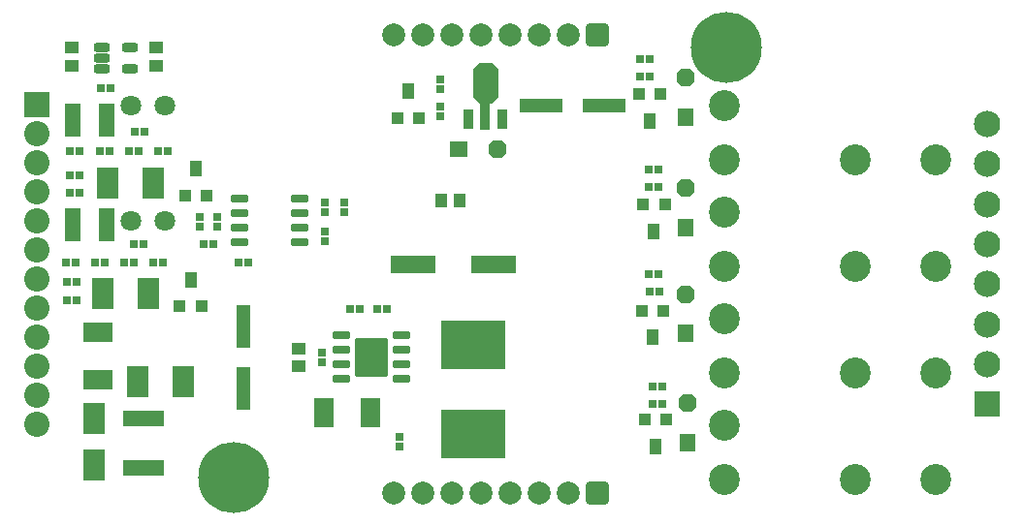
<source format=gts>
G04*
G04 #@! TF.GenerationSoftware,Altium Limited,Altium Designer,20.0.2 (26)*
G04*
G04 Layer_Color=8388736*
%FSLAX25Y25*%
%MOIN*%
G70*
G01*
G75*
%ADD52R,0.07493X0.10642*%
%ADD53R,0.07493X0.10642*%
%ADD54R,0.04438X0.05800*%
%ADD55R,0.04150X0.04150*%
%ADD56R,0.02762X0.02959*%
%ADD57R,0.05367X0.11509*%
%ADD58R,0.02959X0.02762*%
G04:AMPARAMS|DCode=59|XSize=29.65mil|YSize=57.21mil|CornerRadius=5.95mil|HoleSize=0mil|Usage=FLASHONLY|Rotation=270.000|XOffset=0mil|YOffset=0mil|HoleType=Round|Shape=RoundedRectangle|*
%AMROUNDEDRECTD59*
21,1,0.02965,0.04532,0,0,270.0*
21,1,0.01776,0.05721,0,0,270.0*
1,1,0.01190,-0.02266,-0.00888*
1,1,0.01190,-0.02266,0.00888*
1,1,0.01190,0.02266,0.00888*
1,1,0.01190,0.02266,-0.00888*
%
%ADD59ROUNDEDRECTD59*%
G04:AMPARAMS|DCode=60|XSize=55.64mil|YSize=31.23mil|CornerRadius=9.81mil|HoleSize=0mil|Usage=FLASHONLY|Rotation=0.000|XOffset=0mil|YOffset=0mil|HoleType=Round|Shape=RoundedRectangle|*
%AMROUNDEDRECTD60*
21,1,0.05564,0.01161,0,0,0.0*
21,1,0.03602,0.03123,0,0,0.0*
1,1,0.01961,0.01801,-0.00581*
1,1,0.01961,-0.01801,-0.00581*
1,1,0.01961,-0.01801,0.00581*
1,1,0.01961,0.01801,0.00581*
%
%ADD60ROUNDEDRECTD60*%
%ADD61R,0.10243X0.06699*%
%ADD62R,0.14265X0.05524*%
%ADD63R,0.04737X0.14580*%
G04:AMPARAMS|DCode=64|XSize=113.91mil|YSize=133.98mil|CornerRadius=6.12mil|HoleSize=0mil|Usage=FLASHONLY|Rotation=180.000|XOffset=0mil|YOffset=0mil|HoleType=Round|Shape=RoundedRectangle|*
%AMROUNDEDRECTD64*
21,1,0.11391,0.12175,0,0,180.0*
21,1,0.10167,0.13398,0,0,180.0*
1,1,0.01224,-0.05084,0.06087*
1,1,0.01224,0.05084,0.06087*
1,1,0.01224,0.05084,-0.06087*
1,1,0.01224,-0.05084,-0.06087*
%
%ADD64ROUNDEDRECTD64*%
%ADD65R,0.22060X0.16942*%
%ADD66R,0.15761X0.06312*%
%ADD67R,0.04461X0.04658*%
G04:AMPARAMS|DCode=68|XSize=63mil|YSize=58mil|CornerRadius=0mil|HoleSize=0mil|Usage=FLASHONLY|Rotation=0.000|XOffset=0mil|YOffset=0mil|HoleType=Round|Shape=Octagon|*
%AMOCTAGOND68*
4,1,8,0.03150,-0.01450,0.03150,0.01450,0.01700,0.02900,-0.01700,0.02900,-0.03150,0.01450,-0.03150,-0.01450,-0.01700,-0.02900,0.01700,-0.02900,0.03150,-0.01450,0.0*
%
%ADD68OCTAGOND68*%

%ADD69R,0.06300X0.05800*%
G04:AMPARAMS|DCode=70|XSize=86.74mil|YSize=141.86mil|CornerRadius=0mil|HoleSize=0mil|Usage=FLASHONLY|Rotation=180.000|XOffset=0mil|YOffset=0mil|HoleType=Round|Shape=Octagon|*
%AMOCTAGOND70*
4,1,8,0.02169,-0.07093,-0.02169,-0.07093,-0.04337,-0.04924,-0.04337,0.04924,-0.02169,0.07093,0.02169,0.07093,0.04337,0.04924,0.04337,-0.04924,0.02169,-0.07093,0.0*
%
%ADD70OCTAGOND70*%

%ADD71R,0.03556X0.07099*%
%ADD72R,0.03556X0.10249*%
%ADD73R,0.14580X0.04737*%
G04:AMPARAMS|DCode=74|XSize=63mil|YSize=58mil|CornerRadius=0mil|HoleSize=0mil|Usage=FLASHONLY|Rotation=90.000|XOffset=0mil|YOffset=0mil|HoleType=Round|Shape=Octagon|*
%AMOCTAGOND74*
4,1,8,0.01450,0.03150,-0.01450,0.03150,-0.02900,0.01700,-0.02900,-0.01700,-0.01450,-0.03150,0.01450,-0.03150,0.02900,-0.01700,0.02900,0.01700,0.01450,0.03150,0.0*
%
%ADD74OCTAGOND74*%

%ADD75R,0.05800X0.06300*%
%ADD76R,0.04658X0.04461*%
%ADD77R,0.06699X0.10243*%
%ADD78C,0.08674*%
%ADD79R,0.08674X0.08674*%
%ADD80C,0.07887*%
G04:AMPARAMS|DCode=81|XSize=78.87mil|YSize=78.87mil|CornerRadius=12.86mil|HoleSize=0mil|Usage=FLASHONLY|Rotation=180.000|XOffset=0mil|YOffset=0mil|HoleType=Round|Shape=RoundedRectangle|*
%AMROUNDEDRECTD81*
21,1,0.07887,0.05315,0,0,180.0*
21,1,0.05315,0.07887,0,0,180.0*
1,1,0.02572,-0.02657,0.02657*
1,1,0.02572,0.02657,0.02657*
1,1,0.02572,0.02657,-0.02657*
1,1,0.02572,-0.02657,-0.02657*
%
%ADD81ROUNDEDRECTD81*%
%ADD82C,0.07099*%
%ADD83C,0.24422*%
%ADD84C,0.10642*%
%ADD85C,0.09068*%
%ADD86R,0.09068X0.09068*%
D52*
X58126Y-108500D02*
D03*
X59626Y-70500D02*
D03*
X70126Y-139000D02*
D03*
X55000Y-151626D02*
D03*
Y-167374D02*
D03*
D53*
X73874Y-108500D02*
D03*
X75374Y-70500D02*
D03*
X85874Y-139000D02*
D03*
D54*
X88240Y-103748D02*
D03*
X90000Y-65500D02*
D03*
X163000Y-38874D02*
D03*
X246000Y-49126D02*
D03*
X247500Y-87126D02*
D03*
X247000Y-123626D02*
D03*
X248000Y-161126D02*
D03*
D55*
X91980Y-113000D02*
D03*
X84500D02*
D03*
X93740Y-74752D02*
D03*
X86260D02*
D03*
X166740Y-48126D02*
D03*
X159260D02*
D03*
X242260Y-39874D02*
D03*
X249740D02*
D03*
X243760Y-77874D02*
D03*
X251240D02*
D03*
X243260Y-114374D02*
D03*
X250740D02*
D03*
X244260Y-151874D02*
D03*
X251740D02*
D03*
D56*
X48906Y-104657D02*
D03*
X45559D02*
D03*
X48906Y-111000D02*
D03*
X45559D02*
D03*
X68654Y-91500D02*
D03*
X72000D02*
D03*
X75327Y-98000D02*
D03*
X78673D02*
D03*
X65327D02*
D03*
X68673D02*
D03*
X55327D02*
D03*
X58673D02*
D03*
X45327D02*
D03*
X48673D02*
D03*
X49905Y-74000D02*
D03*
X46559D02*
D03*
X49905Y-67898D02*
D03*
X46559D02*
D03*
X66942Y-59500D02*
D03*
X70289D02*
D03*
X77000D02*
D03*
X80346D02*
D03*
X56884D02*
D03*
X60231D02*
D03*
X46827D02*
D03*
X50173D02*
D03*
X69153Y-53000D02*
D03*
X72500D02*
D03*
X96000Y-91500D02*
D03*
X92654D02*
D03*
X108000Y-98000D02*
D03*
X104654D02*
D03*
X57327Y-38000D02*
D03*
X60673D02*
D03*
X246000Y-28000D02*
D03*
X242653D02*
D03*
X246000Y-34000D02*
D03*
X242653D02*
D03*
X249173Y-66000D02*
D03*
X245827D02*
D03*
X249173Y-72000D02*
D03*
X245827D02*
D03*
X249173Y-102000D02*
D03*
X245827D02*
D03*
X249346Y-108000D02*
D03*
X246000D02*
D03*
X250500Y-140500D02*
D03*
X247153D02*
D03*
X250500Y-146500D02*
D03*
X247153D02*
D03*
X152327Y-114000D02*
D03*
X155673D02*
D03*
X143000Y-114000D02*
D03*
X146346D02*
D03*
D57*
X59307Y-85000D02*
D03*
X47693D02*
D03*
X59307Y-49000D02*
D03*
X47693D02*
D03*
D58*
X91500Y-82327D02*
D03*
Y-85673D02*
D03*
X97500Y-82327D02*
D03*
Y-85673D02*
D03*
X134500Y-77153D02*
D03*
Y-80500D02*
D03*
X141000Y-77153D02*
D03*
Y-80500D02*
D03*
X134500Y-87154D02*
D03*
Y-90500D02*
D03*
X133500Y-132173D02*
D03*
Y-128827D02*
D03*
X174000Y-44327D02*
D03*
Y-47673D02*
D03*
X160000Y-161346D02*
D03*
Y-158000D02*
D03*
X174000Y-34827D02*
D03*
Y-38173D02*
D03*
D59*
X105000Y-76000D02*
D03*
Y-81000D02*
D03*
Y-86000D02*
D03*
Y-91000D02*
D03*
X125669Y-76000D02*
D03*
Y-81000D02*
D03*
Y-86000D02*
D03*
Y-91000D02*
D03*
X160835Y-138000D02*
D03*
Y-133000D02*
D03*
Y-128000D02*
D03*
Y-123000D02*
D03*
X140165Y-138000D02*
D03*
Y-133000D02*
D03*
Y-128000D02*
D03*
Y-123000D02*
D03*
D60*
X57559Y-23760D02*
D03*
Y-27500D02*
D03*
Y-31240D02*
D03*
X67441D02*
D03*
Y-23760D02*
D03*
D61*
X56500Y-138110D02*
D03*
Y-121890D02*
D03*
D62*
X72000Y-168465D02*
D03*
Y-151535D02*
D03*
D63*
X106500Y-141277D02*
D03*
Y-119723D02*
D03*
D64*
X150500Y-130500D02*
D03*
D65*
X185500Y-156854D02*
D03*
Y-126146D02*
D03*
D66*
X164620Y-98500D02*
D03*
X192379D02*
D03*
D67*
X174500Y-76500D02*
D03*
X180563D02*
D03*
D68*
X193750Y-59000D02*
D03*
D69*
X180250D02*
D03*
D70*
X189600Y-36100D02*
D03*
D71*
X195405Y-48587D02*
D03*
X183595D02*
D03*
D72*
X189500Y-47100D02*
D03*
D73*
X208723Y-44000D02*
D03*
X230277D02*
D03*
D74*
X258500Y-34250D02*
D03*
X259000Y-146250D02*
D03*
X258500Y-108750D02*
D03*
Y-72250D02*
D03*
D75*
Y-47750D02*
D03*
X259000Y-159750D02*
D03*
X258500Y-122250D02*
D03*
Y-85750D02*
D03*
D76*
X125500Y-133531D02*
D03*
Y-127469D02*
D03*
X47500Y-23968D02*
D03*
Y-30031D02*
D03*
X76500Y-23968D02*
D03*
Y-30031D02*
D03*
D77*
X150110Y-149500D02*
D03*
X133890D02*
D03*
D78*
X35433Y-93425D02*
D03*
Y-53425D02*
D03*
Y-63425D02*
D03*
Y-73425D02*
D03*
Y-83425D02*
D03*
Y-103425D02*
D03*
Y-113425D02*
D03*
Y-123425D02*
D03*
Y-133425D02*
D03*
Y-143425D02*
D03*
Y-153425D02*
D03*
D79*
Y-43425D02*
D03*
D80*
X168000Y-19685D02*
D03*
X158000D02*
D03*
X178000D02*
D03*
X188000D02*
D03*
X198000D02*
D03*
X208000D02*
D03*
X218000D02*
D03*
X168000Y-177165D02*
D03*
X158000D02*
D03*
X178000D02*
D03*
X188000D02*
D03*
X198000D02*
D03*
X208000D02*
D03*
X218000D02*
D03*
D81*
X228000Y-19685D02*
D03*
Y-177165D02*
D03*
D82*
X79500Y-83500D02*
D03*
X67689D02*
D03*
X79500Y-44000D02*
D03*
X67689D02*
D03*
D83*
X103000Y-172000D02*
D03*
X272500Y-24000D02*
D03*
D84*
X271583Y-62498D02*
D03*
X316858D02*
D03*
X344417D02*
D03*
X271583Y-43994D02*
D03*
Y-99165D02*
D03*
X316858D02*
D03*
X344417D02*
D03*
X271583Y-80661D02*
D03*
Y-135832D02*
D03*
X316858D02*
D03*
X344417D02*
D03*
X271583Y-117328D02*
D03*
Y-172498D02*
D03*
X316858D02*
D03*
X344417D02*
D03*
X271583Y-153994D02*
D03*
D85*
X362000Y-77756D02*
D03*
Y-105315D02*
D03*
Y-132874D02*
D03*
Y-119095D02*
D03*
Y-91535D02*
D03*
Y-63976D02*
D03*
Y-50197D02*
D03*
D86*
Y-146653D02*
D03*
M02*

</source>
